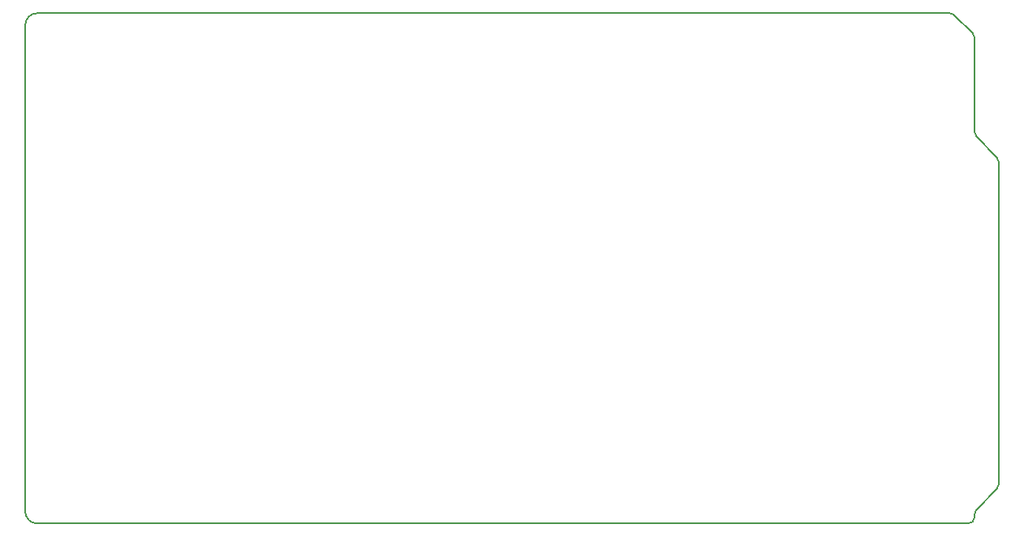
<source format=gbr>
G04 #@! TF.GenerationSoftware,KiCad,Pcbnew,(5.1.9)-1*
G04 #@! TF.CreationDate,2021-11-13T13:02:01+09:00*
G04 #@! TF.ProjectId,MainBoard2022_mega,4d61696e-426f-4617-9264-323032325f6d,rev?*
G04 #@! TF.SameCoordinates,Original*
G04 #@! TF.FileFunction,Profile,NP*
%FSLAX46Y46*%
G04 Gerber Fmt 4.6, Leading zero omitted, Abs format (unit mm)*
G04 Created by KiCad (PCBNEW (5.1.9)-1) date 2021-11-13 13:02:01*
%MOMM*%
%LPD*%
G01*
G04 APERTURE LIST*
G04 #@! TA.AperFunction,Profile*
%ADD10C,0.150000*%
G04 #@! TD*
G04 APERTURE END LIST*
D10*
X103378000Y-69596000D02*
X103378000Y-120396000D01*
X199898000Y-68326001D02*
X104648000Y-68326000D01*
X201803000Y-121666000D02*
X104648000Y-121666000D01*
X204978000Y-83883500D02*
X204978000Y-117538500D01*
X202438000Y-80708500D02*
X202438000Y-70866000D01*
X202252013Y-70416987D02*
X200347012Y-68511988D01*
X199898000Y-68326001D02*
G75*
G02*
X200347012Y-68511988I0J-634999D01*
G01*
X202252013Y-70416987D02*
G75*
G02*
X202438000Y-70866000I-449013J-449013D01*
G01*
X204792013Y-83434487D02*
X202623987Y-81157513D01*
X202623987Y-81157513D02*
G75*
G02*
X202438000Y-80708500I449013J449013D01*
G01*
X204792013Y-83434487D02*
G75*
G02*
X204978000Y-83883500I-449013J-449013D01*
G01*
X202438000Y-121031000D02*
X202438001Y-120713500D01*
X204792012Y-117987512D02*
X202623988Y-120264488D01*
X204977999Y-117538500D02*
G75*
G02*
X204792012Y-117987512I-634999J0D01*
G01*
X202438001Y-120713500D02*
G75*
G02*
X202623988Y-120264488I634999J0D01*
G01*
X202438000Y-121031000D02*
G75*
G02*
X201803000Y-121666000I-635000J0D01*
G01*
X104648000Y-121666000D02*
G75*
G02*
X103378000Y-120396000I0J1270000D01*
G01*
X103378000Y-69596000D02*
G75*
G02*
X104648000Y-68326000I1270000J0D01*
G01*
M02*

</source>
